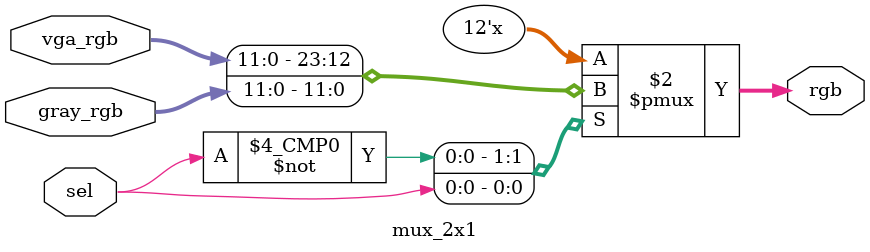
<source format=sv>
`timescale 1ns / 1ps

module VGA_Camera_Display (
    input  logic       clk,
    input  logic       reset,
    // ov7670 side
    input  logic       ov7670_pclk,
    input  logic       ov7670_href,
    input  logic       ov7670_vsync,
    input  logic [7:0] ov7670_data,
    output logic       ov7670_xclk,
    // external port
    input  logic       sw_mode,
    output logic       vga_h_sync,
    output logic       vga_v_sync,
    output logic [3:0] r_port,
    output logic [3:0] g_port,
    output logic [3:0] b_port
);

    // wire list
    logic        we;
    logic [16:0] wAddr;
    logic [15:0] wData;
    logic        vga_pclk;
    logic [ 9:0] vga_x_pixel;
    logic [ 9:0] vga_y_pixel;
    logic        vga_DE;
    logic        ov7670_we;
    logic [16:0] ov7670_wAddr;
    logic [15:0] ov7670_wData;
    logic        vga_den;
    logic [16:0] vga_rAddr;
    logic [15:0] vga_rData;
    logic [3:0] vga_r, gray_r;
    logic [3:0] vga_g, gray_g;
    logic [3:0] vga_b, gray_b;

    assign ov7670_xclk = vga_pclk;

    VGA_Decoder u_VGA_Decoder (
        .*,
        .pclk   (vga_pclk),
        .h_sync (vga_h_sync),
        .v_sync (vga_v_sync),
        .x_pixel(vga_x_pixel),
        .y_pixel(vga_y_pixel),
        .DE     (vga_DE)
    );

    OV7670_MemController u_OV7670_MemController (
        .clk        (ov7670_pclk),
        .reset      (reset),
        .href       (ov7670_href),
        .vsync      (ov7670_vsync),
        .ov7670_data(ov7670_data),
        .we         (ov7670_we),
        .wAddr      (ov7670_wAddr),
        .wData      (ov7670_wData)
    );

    frame_buffer u_frame_buffer (
        //write side
        .wclk (ov7670_pclk),
        .we   (ov7670_we),
        .wAddr(ov7670_wAddr),
        .wData(ov7670_wData),
        // read side
        .rclk (vga_pclk),
        .oe   (vga_den),
        .rAddr(vga_rAddr),
        .rData(vga_rData)
    );

    VGA_MemController u_VGA_MemController (
        // VGA side
        .DE     (vga_DE),
        .x_pixel(vga_x_pixel),
        .y_pixel(vga_y_pixel),
        // frame buffer side
        .den    (vga_den),
        .rAddr  (vga_rAddr),
        .rData  (vga_rData),
        //export side
        .r_port (vga_r),
        .g_port (vga_g),
        .b_port (vga_b)
    );
    Grayscalefilter u_Grayscalefilter (
        .i_r(vga_r),
        .i_g(vga_g),
        .i_b(vga_b),
        .o_r(gray_r),
        .o_g(gray_g),
        .o_b(gray_b)
    );
    mux_2x1 u_mux_2x1 (
        .sel     (sw_mode),
        .vga_rgb ({vga_r, vga_g, vga_b}),
        .gray_rgb({gray_r, gray_g, gray_b}),
        .rgb     ({r_port, g_port, b_port})
    );
endmodule

module mux_2x1 (
    input logic sel,
    input logic [11:0] vga_rgb,
    input logic [11:0] gray_rgb,
    output logic [11:0] rgb
);

    always_comb begin
        case (sel)
            1'b0: rgb = vga_rgb;
            1'b1: rgb = gray_rgb;
        endcase
    end
endmodule

</source>
